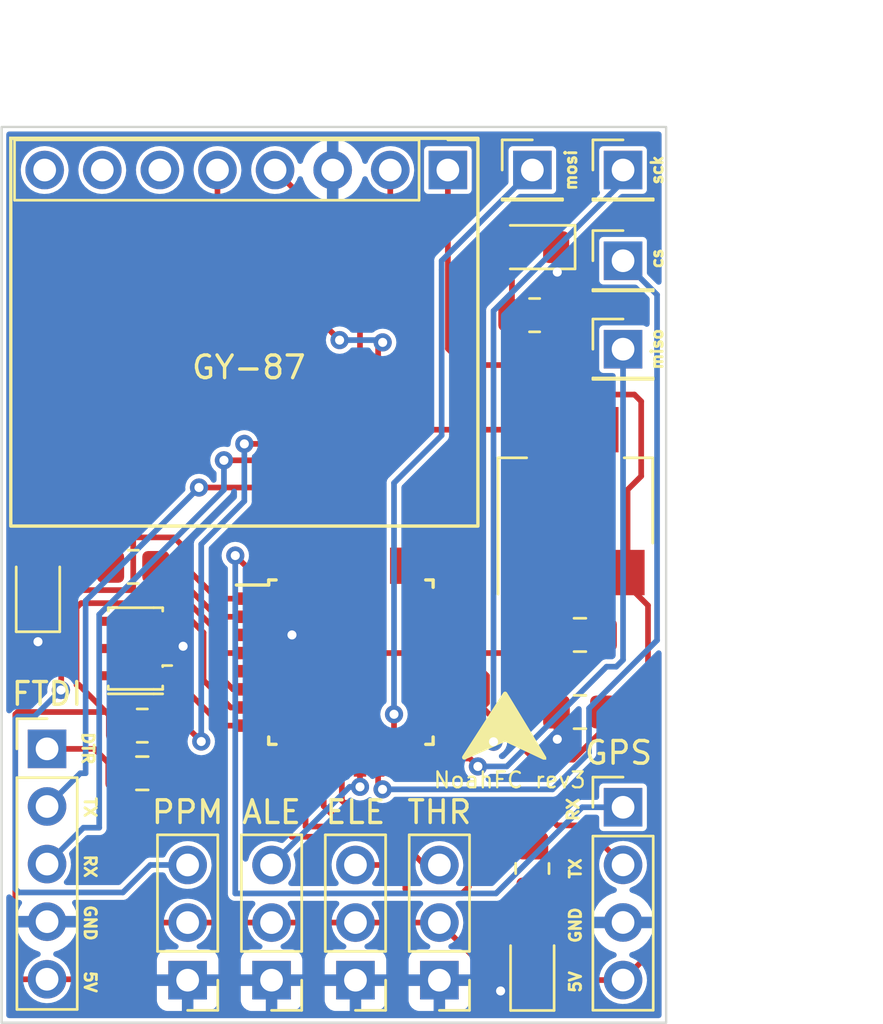
<source format=kicad_pcb>
(kicad_pcb (version 20211014) (generator pcbnew)
  (layers (0 "F.Cu" signal) (31 "B.Cu" signal) (34 "B.Paste" user) (35 "F.Paste" user) (36 "B.SilkS" user "B.Silkscreen") (37 "F.SilkS" user "F.Silkscreen") (38 "B.Mask" user) (39 "F.Mask" user) (44 "Edge.Cuts" user))
  (net 0 "")
  (net 1 "GND")
  (net 2 "5V")
  (net 3 "SCL")
  (net 4 "SDA")
  (net 5 "DTR")
  (net 6 "TX")
  (net 7 "RX")
  (net 8 "Net-(D1-Pad2)")
  (net 9 "Net-(D2-Pad2)")
  (net 10 "XTAL1")
  (net 11 "XTAL2")
  (net 12 "ALERON")
  (net 13 "ELEVATOR")
  (net 14 "THROTTLE")
  (net 15 "PPM")
  (net 16 "GPS_TX")
  (net 17 "GPS_RX")
  (net 18 "RESET")
  (net 19 "LED_GPS")
  (net 20 "LED_MODE")
  (net 22 "Net-(D3-Pad2)")
  (net 28 "3.3V")
  (net 32 "MOSI")
  (net 33 "CS")
  (net 34 "SCK")
  (net 35 "MISO")
  (footprint "Connector_PinHeader_2.54mm:PinHeader_1x03_P2.54mm_Vertical" (layer "F.Cu") (at 126.7 121.025 180)
    (fp_text reference "J2" hide)
    (fp_text value "ELE" (at 0 7.41) (layer "F.SilkS"))
    (fp_line (start -1.33 1.27) (end 1.33 1.27) (layer "F.SilkS") (width 0.12))
    (fp_line (start -1.33 1.27) (end -1.33 6.41) (layer "F.SilkS") (width 0.12))
    (fp_line (start -1.33 6.41) (end 1.33 6.41) (layer "F.SilkS") (width 0.12))
    (fp_line (start 1.33 1.27) (end 1.33 6.41) (layer "F.SilkS") (width 0.12))
    (fp_line (start -1.33 -1.33) (end 0 -1.33) (layer "F.SilkS") (width 0.12))
    (fp_line (start -1.33 0) (end -1.33 -1.33) (layer "F.SilkS") (width 0.12))
    (pad "1" thru_hole rect (at 0 0 180) (size 1.7 1.7) (drill 1) (layers *.Cu *.Mask) (net 1 "GND"))
    (pad "2" thru_hole oval (at 0 2.54 180) (size 1.7 1.7) (drill 1) (layers *.Cu *.Mask) (net 2 "5V"))
    (pad "3" thru_hole oval (at 0 5.08 180) (size 1.7 1.7) (drill 1) (layers *.Cu *.Mask) (net 13 "ELEVATOR"))
  )
  (footprint "Connector_PinHeader_2.54mm:PinHeader_1x05_P2.54mm_Vertical" (layer "F.Cu") (at 113.1 110.825)
    (fp_text reference "J4" hide)
    (fp_text value "FTDI" (at 0 -2.425) (layer "F.SilkS"))
    (fp_line (start -1.33 -1.33) (end 0 -1.33) (layer "F.SilkS") (width 0.12))
    (fp_line (start -1.33 1.27) (end -1.33 11.49) (layer "F.SilkS") (width 0.12))
    (fp_line (start -1.33 0) (end -1.33 -1.33) (layer "F.SilkS") (width 0.12))
    (fp_line (start -1.33 1.27) (end 1.33 1.27) (layer "F.SilkS") (width 0.12))
    (fp_line (start 1.33 1.27) (end 1.33 11.49) (layer "F.SilkS") (width 0.12))
    (fp_line (start -1.33 11.49) (end 1.33 11.49) (layer "F.SilkS") (width 0.12))
    (pad "1" thru_hole rect (at 0 0) (size 1.7 1.7) (drill 1) (layers *.Cu *.Mask) (net 5 "DTR"))
    (pad "2" thru_hole oval (at 0 2.54) (size 1.7 1.7) (drill 1) (layers *.Cu *.Mask) (net 6 "TX"))
    (pad "3" thru_hole oval (at 0 5.08) (size 1.7 1.7) (drill 1) (layers *.Cu *.Mask) (net 7 "RX"))
    (pad "4" thru_hole oval (at 0 7.62) (size 1.7 1.7) (drill 1) (layers *.Cu *.Mask) (net 1 "GND"))
    (pad "5" thru_hole oval (at 0 10.16) (size 1.7 1.7) (drill 1) (layers *.Cu *.Mask) (net 2 "5V"))
  )
  (footprint "LED_SMD:LED_0805_2012Metric_Pad1.15x1.40mm_HandSolder" (layer "F.Cu") (at 134.5 120.5 90)
    (fp_text reference "D1" hide)
    (fp_text value "GPS")
    (fp_line (start -1.86 0.96) (end 1 0.96) (layer "F.SilkS") (width 0.12))
    (fp_line (start -1.86 -0.96) (end -1.86 0.96) (layer "F.SilkS") (width 0.12))
    (fp_line (start 1 -0.96) (end -1.86 -0.96) (layer "F.SilkS") (width 0.12))
    (pad "1" smd roundrect (at -1.025 0 90) (size 1.15 1.4) (layers "F.Cu" "F.Paste" "F.Mask") (roundrect_rratio 0.217391) (net 1 "GND"))
    (pad "2" smd roundrect (at 1.025 0 90) (size 1.15 1.4) (layers "F.Cu" "F.Paste" "F.Mask") (roundrect_rratio 0.217391) (net 8 "Net-(D1-Pad2)"))
  )
  (footprint "Connector_PinHeader_2.54mm:PinHeader_1x03_P2.54mm_Vertical" (layer "F.Cu") (at 119.3 121.025 180)
    (fp_text reference "J7" hide)
    (fp_text value "PPM" (at 0 7.41) (layer "F.SilkS"))
    (fp_line (start -1.33 0) (end -1.33 -1.33) (layer "F.SilkS") (width 0.12))
    (fp_line (start 1.33 1.27) (end 1.33 6.41) (layer "F.SilkS") (width 0.12))
    (fp_line (start -1.33 6.41) (end 1.33 6.41) (layer "F.SilkS") (width 0.12))
    (fp_line (start -1.33 1.27) (end 1.33 1.27) (layer "F.SilkS") (width 0.12))
    (fp_line (start -1.33 1.27) (end -1.33 6.41) (layer "F.SilkS") (width 0.12))
    (fp_line (start -1.33 -1.33) (end 0 -1.33) (layer "F.SilkS") (width 0.12))
    (pad "1" thru_hole rect (at 0 0 180) (size 1.7 1.7) (drill 1) (layers *.Cu *.Mask) (net 1 "GND"))
    (pad "2" thru_hole oval (at 0 2.54 180) (size 1.7 1.7) (drill 1) (layers *.Cu *.Mask) (net 2 "5V"))
    (pad "3" thru_hole oval (at 0 5.08 180) (size 1.7 1.7) (drill 1) (layers *.Cu *.Mask) (net 15 "PPM"))
  )
  (footprint "Connector_PinHeader_2.54mm:PinHeader_1x08_P2.54mm_Vertical" (layer "F.Cu") (at 130.775 85.3 -90)
    (fp_text reference "J3" hide)
    (fp_text value "GY-87" (at 8.7 8.775 180) (layer "F.SilkS"))
    (fp_line (start 1.33 1.27) (end 1.33 19.11) (layer "F.SilkS") (width 0.12))
    (fp_line (start -1.33 19.11) (end 1.33 19.11) (layer "F.SilkS") (width 0.12))
    (fp_line (start -1.33 0) (end -1.33 -1.33) (layer "F.SilkS") (width 0.12))
    (fp_line (start -1.33 -1.33) (end 0 -1.33) (layer "F.SilkS") (width 0.12))
    (fp_line (start -1.33 1.27) (end -1.33 19.11) (layer "F.SilkS") (width 0.12))
    (fp_line (start -1.33 1.27) (end 1.33 1.27) (layer "F.SilkS") (width 0.12))
    (pad "1" thru_hole rect (at 0 0 270) (size 1.7 1.7) (drill 1) (layers *.Cu *.Mask) (net 2 "5V"))
    (pad "2" thru_hole oval (at 0 2.54 270) (size 1.7 1.7) (drill 1) (layers *.Cu *.Mask) (net 28 "3.3V"))
    (pad "3" thru_hole oval (at 0 5.08 270) (size 1.7 1.7) (drill 1) (layers *.Cu *.Mask) (net 1 "GND"))
    (pad "4" thru_hole oval (at 0 7.62 270) (size 1.7 1.7) (drill 1) (layers *.Cu *.Mask) (net 3 "SCL"))
    (pad "5" thru_hole oval (at 0 10.16 270) (size 1.7 1.7) (drill 1) (layers *.Cu *.Mask) (net 4 "SDA"))
    (pad "6" thru_hole oval (at 0 12.7 270) (size 1.7 1.7) (drill 1) (layers *.Cu *.Mask))
    (pad "7" thru_hole oval (at 0 15.24 270) (size 1.7 1.7) (drill 1) (layers *.Cu *.Mask))
    (pad "8" thru_hole oval (at 0 17.78 270) (size 1.7 1.7) (drill 1) (layers *.Cu *.Mask))
  )
  (footprint "Resistor_SMD:R_0805_2012Metric_Pad1.20x1.40mm_HandSolder" (layer "F.Cu") (at 117.3 109.8 180)
    (fp_text reference "R1" hide)
    (fp_text value "10K")
    (fp_line (start -0.227064 -0.735) (end 0.227064 -0.735) (layer "F.SilkS") (width 0.12))
    (fp_line (start -0.227064 0.735) (end 0.227064 0.735) (layer "F.SilkS") (width 0.12))
    (pad "1" smd roundrect (at -1 0 180) (size 1.2 1.4) (layers "F.Cu" "F.Paste" "F.Mask") (roundrect_rratio 0.208333) (net 18 "RESET"))
    (pad "2" smd roundrect (at 1 0 180) (size 1.2 1.4) (layers "F.Cu" "F.Paste" "F.Mask") (roundrect_rratio 0.208333) (net 2 "5V"))
  )
  (footprint "Package_QFP:TQFP-32_7x7mm_P0.8mm" (layer "F.Cu") (at 126.5 107)
    (fp_text reference "U1" hide)
    (fp_text value "ATmega328")
    (fp_line (start 3.625 3.625) (end 3.3 3.625) (layer "F.SilkS") (width 0.15))
    (fp_line (start -3.625 -3.625) (end -3.3 -3.625) (layer "F.SilkS") (width 0.15))
    (fp_line (start -3.625 -3.4) (end -5.05 -3.4) (layer "F.SilkS") (width 0.15))
    (fp_line (start 3.625 -3.625) (end 3.3 -3.625) (layer "F.SilkS") (width 0.15))
    (fp_line (start 3.625 3.625) (end 3.625 3.3) (layer "F.SilkS") (width 0.15))
    (fp_line (start 3.625 -3.625) (end 3.625 -3.3) (layer "F.SilkS") (width 0.15))
    (fp_line (start -3.625 3.625) (end -3.3 3.625) (layer "F.SilkS") (width 0.15))
    (fp_line (start -3.625 3.625) (end -3.625 3.3) (layer "F.SilkS") (width 0.15))
    (fp_line (start -3.625 -3.625) (end -3.625 -3.4) (layer "F.SilkS") (width 0.15))
    (pad "1" smd rect (at -4.25 -2.8) (size 1.6 0.55) (layers "F.Cu" "F.Paste" "F.Mask") (net 15 "PPM"))
    (pad "2" smd rect (at -4.25 -2) (size 1.6 0.55) (layers "F.Cu" "F.Paste" "F.Mask") (net 20 "LED_MODE"))
    (pad "3" smd rect (at -4.25 -1.2) (size 1.6 0.55) (layers "F.Cu" "F.Paste" "F.Mask") (net 1 "GND"))
    (pad "4" smd rect (at -4.25 -0.4) (size 1.6 0.55) (layers "F.Cu" "F.Paste" "F.Mask") (net 2 "5V"))
    (pad "5" smd rect (at -4.25 0.4) (size 1.6 0.55) (layers "F.Cu" "F.Paste" "F.Mask") (net 1 "GND"))
    (pad "6" smd rect (at -4.25 1.2) (size 1.6 0.55) (layers "F.Cu" "F.Paste" "F.Mask") (net 2 "5V"))
    (pad "7" smd rect (at -4.25 2) (size 1.6 0.55) (layers "F.Cu" "F.Paste" "F.Mask") (net 10 "XTAL1"))
    (pad "8" smd rect (at -4.25 2.8) (size 1.6 0.55) (layers "F.Cu" "F.Paste" "F.Mask") (net 11 "XTAL2"))
    (pad "9" smd rect (at -2.8 4.25 90) (size 1.6 0.55) (layers "F.Cu" "F.Paste" "F.Mask") (net 14 "THROTTLE"))
    (pad "10" smd rect (at -2 4.25 90) (size 1.6 0.55) (layers "F.Cu" "F.Paste" "F.Mask") (net 13 "ELEVATOR"))
    (pad "11" smd rect (at -1.2 4.25 90) (size 1.6 0.55) (layers "F.Cu" "F.Paste" "F.Mask") (net 19 "LED_GPS"))
    (pad "12" smd rect (at -0.4 4.25 90) (size 1.6 0.55) (layers "F.Cu" "F.Paste" "F.Mask") (net 16 "GPS_TX"))
    (pad "13" smd rect (at 0.4 4.25 90) (size 1.6 0.55) (layers "F.Cu" "F.Paste" "F.Mask") (net 12 "ALERON"))
    (pad "14" smd rect (at 1.2 4.25 90) (size 1.6 0.55) (layers "F.Cu" "F.Paste" "F.Mask") (net 33 "CS"))
    (pad "15" smd rect (at 2 4.25 90) (size 1.6 0.55) (layers "F.Cu" "F.Paste" "F.Mask") (net 32 "MOSI"))
    (pad "16" smd rect (at 2.8 4.25 90) (size 1.6 0.55) (layers "F.Cu" "F.Paste" "F.Mask") (net 35 "MISO"))
    (pad "17" smd rect (at 4.25 2.8) (size 1.6 0.55) (layers "F.Cu" "F.Paste" "F.Mask") (net 34 "SCK"))
    (pad "18" smd rect (at 4.25 2) (size 1.6 0.55) (layers "F.Cu" "F.Paste" "F.Mask") (net 2 "5V"))
    (pad "19" smd rect (at 4.25 1.2) (size 1.6 0.55) (layers "F.Cu" "F.Paste" "F.Mask"))
    (pad "20" smd rect (at 4.25 0.4) (size 1.6 0.55) (layers "F.Cu" "F.Paste" "F.Mask") (net 2 "5V"))
    (pad "21" smd rect (at 4.25 -0.4) (size 1.6 0.55) (layers "F.Cu" "F.Paste" "F.Mask") (net 1 "GND"))
    (pad "22" smd rect (at 4.25 -1.2) (size 1.6 0.55) (layers "F.Cu" "F.Paste" "F.Mask"))
    (pad "23" smd rect (at 4.25 -2) (size 1.6 0.55) (layers "F.Cu" "F.Paste" "F.Mask"))
    (pad "24" smd rect (at 4.25 -2.8) (size 1.6 0.55) (layers "F.Cu" "F.Paste" "F.Mask"))
    (pad "25" smd rect (at 2.8 -4.25 90) (size 1.6 0.55) (layers "F.Cu" "F.Paste" "F.Mask"))
    (pad "26" smd rect (at 2 -4.25 90) (size 1.6 0.55) (layers "F.Cu" "F.Paste" "F.Mask"))
    (pad "27" smd rect (at 1.2 -4.25 90) (size 1.6 0.55) (layers "F.Cu" "F.Paste" "F.Mask") (net 4 "SDA"))
    (pad "28" smd rect (at 0.4 -4.25 90) (size 1.6 0.55) (layers "F.Cu" "F.Paste" "F.Mask") (net 3 "SCL"))
    (pad "29" smd rect (at -0.4 -4.25 90) (size 1.6 0.55) (layers "F.Cu" "F.Paste" "F.Mask") (net 18 "RESET"))
    (pad "30" smd rect (at -1.2 -4.25 90) (size 1.6 0.55) (layers "F.Cu" "F.Paste" "F.Mask") (net 7 "RX"))
    (pad "31" smd rect (at -2 -4.25 90) (size 1.6 0.55) (layers "F.Cu" "F.Paste" "F.Mask") (net 6 "TX"))
    (pad "32" smd rect (at -2.8 -4.25 90) (size 1.6 0.55) (layers "F.Cu" "F.Paste" "F.Mask") (net 17 "GPS_RX"))
  )
  (footprint "Connector_PinHeader_2.54mm:PinHeader_1x03_P2.54mm_Vertical" (layer "F.Cu") (at 123 121.025 180)
    (fp_text reference "J1" hide)
    (fp_text value "ALE" (at 0 7.41) (layer "F.SilkS"))
    (fp_line (start -1.33 1.27) (end 1.33 1.27) (layer "F.SilkS") (width 0.12))
    (fp_line (start -1.33 -1.33) (end 0 -1.33) (layer "F.SilkS") (width 0.12))
    (fp_line (start -1.33 1.27) (end -1.33 6.41) (layer "F.SilkS") (width 0.12))
    (fp_line (start 1.33 1.27) (end 1.33 6.41) (layer "F.SilkS") (width 0.12))
    (fp_line (start -1.33 0) (end -1.33 -1.33) (layer "F.SilkS") (width 0.12))
    (fp_line (start -1.33 6.41) (end 1.33 6.41) (layer "F.SilkS") (width 0.12))
    (pad "1" thru_hole rect (at 0 0 180) (size 1.7 1.7) (drill 1) (layers *.Cu *.Mask) (net 1 "GND"))
    (pad "2" thru_hole oval (at 0 2.54 180) (size 1.7 1.7) (drill 1) (layers *.Cu *.Mask) (net 2 "5V"))
    (pad "3" thru_hole oval (at 0 5.08 180) (size 1.7 1.7) (drill 1) (layers *.Cu *.Mask) (net 12 "ALERON"))
  )
  (footprint "Capacitor_SMD:C_0805_2012Metric_Pad1.18x1.45mm_HandSolder" (layer "F.Cu") (at 117.3 111.9 180)
    (fp_text reference "C3" hide)
    (fp_text value "1nF")
    (fp_line (start -0.261252 0.735) (end 0.261252 0.735) (layer "F.SilkS") (width 0.12))
    (fp_line (start -0.261252 -0.735) (end 0.261252 -0.735) (layer "F.SilkS") (width 0.12))
    (pad "1" smd roundrect (at -1.0375 0 180) (size 1.175 1.45) (layers "F.Cu" "F.Paste" "F.Mask") (roundrect_rratio 0.212766) (net 18 "RESET"))
    (pad "2" smd roundrect (at 1.0375 0 180) (size 1.175 1.45) (layers "F.Cu" "F.Paste" "F.Mask") (roundrect_rratio 0.212766) (net 5 "DTR"))
  )
  (footprint "Resistor_SMD:R_0805_2012Metric_Pad1.20x1.40mm_HandSolder" (layer "F.Cu") (at 134.5 116.1 -90)
    (fp_text reference "R2" hide)
    (fp_text value "330")
    (fp_line (start -0.227064 0.735) (end 0.227064 0.735) (layer "F.SilkS") (width 0.12))
    (fp_line (start -0.227064 -0.735) (end 0.227064 -0.735) (layer "F.SilkS") (width 0.12))
    (pad "1" smd roundrect (at -1 0 270) (size 1.2 1.4) (layers "F.Cu" "F.Paste" "F.Mask") (roundrect_rratio 0.208333) (net 19 "LED_GPS"))
    (pad "2" smd roundrect (at 1 0 270) (size 1.2 1.4) (layers "F.Cu" "F.Paste" "F.Mask") (roundrect_rratio 0.208333) (net 8 "Net-(D1-Pad2)"))
  )
  (footprint "LED_SMD:LED_0805_2012Metric_Pad1.15x1.40mm_HandSolder" (layer "F.Cu") (at 134.525 88.7 180)
    (fp_text reference "D3" hide)
    (fp_text value "PWR")
    (fp_line (start 1 -0.96) (end -1.86 -0.96) (layer "F.SilkS") (width 0.12))
    (fp_line (start -1.86 -0.96) (end -1.86 0.96) (layer "F.SilkS") (width 0.12))
    (fp_line (start -1.86 0.96) (end 1 0.96) (layer "F.SilkS") (width 0.12))
    (pad "1" smd roundrect (at -1.025 0 180) (size 1.15 1.4) (layers "F.Cu" "F.Paste" "F.Mask") (roundrect_rratio 0.217391) (net 1 "GND"))
    (pad "2" smd roundrect (at 1.025 0 180) (size 1.15 1.4) (layers "F.Cu" "F.Paste" "F.Mask") (roundrect_rratio 0.217391) (net 22 "Net-(D3-Pad2)"))
  )
  (footprint "Package_TO_SOT_SMD:SOT-223-3_TabPin2" (layer "F.Cu") (at 136.4 99.9 90)
    (fp_text reference "U4" hide)
    (fp_text value "AMS1117-3.3")
    (fp_line (start 1.91 3.41) (end 1.91 2.15) (layer "F.SilkS") (width 0.12))
    (fp_line (start -4.1 -3.41) (end 1.91 -3.41) (layer "F.SilkS") (width 0.12))
    (fp_line (start -1.85 3.41) (end 1.91 3.41) (layer "F.SilkS") (width 0.12))
    (fp_line (start 1.91 -3.41) (end 1.91 -2.15) (layer "F.SilkS") (width 0.12))
    (pad "1" smd rect (at -3.15 -2.3 90) (size 2 1.5) (layers "F.Cu" "F.Paste" "F.Mask") (net 1 "GND"))
    (pad "2" smd rect (at -3.15 0 90) (size 2 1.5) (layers "F.Cu" "F.Paste" "F.Mask") (net 28 "3.3V"))
    (pad "2" smd rect (at 3.15 0 90) (size 2 3.8) (layers "F.Cu" "F.Paste" "F.Mask") (net 28 "3.3V"))
    (pad "3" smd rect (at -3.15 2.3 90) (size 2 1.5) (layers "F.Cu" "F.Paste" "F.Mask") (net 2 "5V"))
  )
  (footprint "Connector_PinHeader_2.54mm:PinHeader_1x01_P2.54mm_Vertical" (layer "F.Cu") (at 138.5 85.3)
    (fp_text reference "sck" (at 1.5 0 90) (layer "F.SilkS") (effects (font (size 0.5 0.5) (thickness 0.125))))
    (fp_text value "SCK")
    (fp_line (start -1.33 -1.33) (end 0 -1.33) (layer "F.SilkS") (width 0.12))
    (fp_line (start -1.33 1.27) (end 1.33 1.27) (layer "F.SilkS") (width 0.12))
    (fp_line (start -1.33 0) (end -1.33 -1.33) (layer "F.SilkS") (width 0.12))
    (fp_line (start -1.33 1.33) (end 1.33 1.33) (layer "F.SilkS") (width 0.12))
    (fp_line (start 1.33 1.27) (end 1.33 1.33) (layer "F.SilkS") (width 0.12))
    (fp_line (start -1.33 1.27) (end -1.33 1.33) (layer "F.SilkS") (width 0.12))
    (pad "1" thru_hole rect (at 0 0) (size 1.7 1.7) (drill 1) (layers *.Cu *.Mask) (net 34 "SCK"))
  )
  (footprint "Resistor_SMD:R_0805_2012Metric_Pad1.20x1.40mm_HandSolder" (layer "F.Cu") (at 116.9 102.8 180)
    (fp_text reference "R3" hide)
    (fp_text value "330")
    (fp_line (start -0.227064 -0.735) (end 0.227064 -0.735) (layer "F.SilkS") (width 0.12))
    (fp_line (start -0.227064 0.735) (end 0.227064 0.735) (layer "F.SilkS") (width 0.12))
    (pad "1" smd roundrect (at -1 0 180) (size 1.2 1.4) (layers "F.Cu" "F.Paste" "F.Mask") (roundrect_rratio 0.208333) (net 20 "LED_MODE"))
    (pad "2" smd roundrect (at 1 0 180) (size 1.2 1.4) (layers "F.Cu" "F.Paste" "F.Mask") (roundrect_rratio 0.208333) (net 9 "Net-(D2-Pad2)"))
  )
  (footprint "Resistor_SMD:R_0805_2012Metric_Pad1.20x1.40mm_HandSolder" (layer "F.Cu") (at 134.6 91.7 180)
    (fp_text reference "R4" hide)
    (fp_text value "330")
    (fp_line (start -0.227064 -0.735) (end 0.227064 -0.735) (layer "F.SilkS") (width 0.12))
    (fp_line (start -0.227064 0.735) (end 0.227064 0.735) (layer "F.SilkS") (width 0.12))
    (pad "1" smd roundrect (at -1 0 180) (size 1.2 1.4) (layers "F.Cu" "F.Paste" "F.Mask") (roundrect_rratio 0.208333) (net 2 "5V"))
    (pad "2" smd roundrect (at 1 0 180) (size 1.2 1.4) (layers "F.Cu" "F.Paste" "F.Mask") (roundrect_rratio 0.208333) (net 22 "Net-(D3-Pad2)"))
  )
  (footprint "Connector_PinHeader_2.54mm:PinHeader_1x03_P2.54mm_Vertical" (layer "F.Cu") (at 130.4 121.025 180)
    (fp_text reference "J6" hide)
    (fp_text value "THR" (at 0 7.41) (layer "F.SilkS"))
    (fp_line (start -1.33 -1.33) (end 0 -1.33) (layer "F.SilkS") (width 0.12))
    (fp_line (start -1.33 1.27) (end 1.33 1.27) (layer "F.SilkS") (width 0.12))
    (fp_line (start -1.33 0) (end -1.33 -1.33) (layer "F.SilkS") (width 0.12))
    (fp_line (start -1.33 1.27) (end -1.33 6.41) (layer "F.SilkS") (width 0.12))
    (fp_line (start 1.33 1.27) (end 1.33 6.41) (layer "F.SilkS") (width 0.12))
    (fp_line (start -1.33 6.41) (end 1.33 6.41) (layer "F.SilkS") (width 0.12))
    (pad "1" thru_hole rect (at 0 0 180) (size 1.7 1.7) (drill 1) (layers *.Cu *.Mask) (net 1 "GND"))
    (pad "2" thru_hole oval (at 0 2.54 180) (size 1.7 1.7) (drill 1) (layers *.Cu *.Mask) (net 2 "5V"))
    (pad "3" thru_hole oval (at 0 5.08 180) (size 1.7 1.7) (drill 1) (layers *.Cu *.Mask) (net 14 "THROTTLE"))
  )
  (footprint "Crystal:Resonator_SMD_Murata_CSTxExxV-3Pin_3.0x1.1mm_HandSoldering" (layer "F.Cu") (at 117 106.4 90)
    (fp_text reference "Y1" hide)
    (fp_text value "16Mhz")
    (fp_line (start -1.8 -1.2) (end -1.65 -1.2) (layer "F.SilkS") (width 0.12))
    (fp_line (start -1.8 0.8) (end -1.8 -1.2) (layer "F.SilkS") (width 0.12))
    (fp_line (start -0.75 1.2) (end -0.8 1.2) (layer "F.SilkS") (width 0.12))
    (fp_line (start -1.8 0.8) (end -1.8 1.2) (layer "F.SilkS") (width 0.12))
    (fp_line (start -0.75 1.2) (end -0.75 1.6) (layer "F.SilkS") (width 0.12))
    (fp_line (start -1.8 1.2) (end -1.65 1.2) (layer "F.SilkS") (width 0.12))
    (fp_line (start 1.8 1.2) (end 1.65 1.2) (layer "F.SilkS") (width 0.12))
    (fp_line (start 1.8 -1.2) (end 1.8 0.8) (layer "F.SilkS") (width 0.12))
    (fp_line (start 1.8 0.8) (end 1.8 1.2) (layer "F.SilkS") (width 0.12))
    (fp_line (start -2 -1.2) (end -2 0.8) (layer "F.SilkS") (width 0.12))
    (fp_line (start -2 0.8) (end -2 1.2) (layer "F.SilkS") (width 0.12))
    (fp_line (start 1.8 -1.2) (end 1.65 -1.2) (layer "F.SilkS") (width 0.12))
    (pad "1" smd rect (at -1.2 0 90) (size 0.4 3.2) (layers "F.Cu" "F.Paste" "F.Mask") (net 11 "XTAL2"))
    (pad "2" smd rect (at 0 0 90) (size 0.4 3.2) (layers "F.Cu" "F.Paste" "F.Mask") (net 1 "GND"))
    (pad "3" smd rect (at 1.2 0 90) (size 0.4 3.2) (layers "F.Cu" "F.Paste" "F.Mask") (net 10 "XTAL1"))
  )
  (footprint "Connector_PinHeader_2.54mm:PinHeader_1x04_P2.54mm_Vertical" (layer "F.Cu") (at 138.5 113.4)
    (fp_text reference "GPS" hide)
    (fp_text value "GPS" (at -0.2 -2.4) (layer "F.SilkS"))
    (fp_line (start -1.33 -1.33) (end 0 -1.33) (layer "F.SilkS") (width 0.12))
    (fp_line (start -1.33 1.27) (end 1.33 1.27) (layer "F.SilkS") (width 0.12))
    (fp_line (start -1.33 1.27) (end -1.33 8.95) (layer "F.SilkS") (width 0.12))
    (fp_line (start -1.33 0) (end -1.33 -1.33) (layer "F.SilkS") (width 0.12))
    (fp_line (start 1.33 1.27) (end 1.33 8.95) (layer "F.SilkS") (width 0.12))
    (fp_line (start -1.33 8.95) (end 1.33 8.95) (layer "F.SilkS") (width 0.12))
    (pad "1" thru_hole rect (at 0 0) (size 1.7 1.7) (drill 1) (layers *.Cu *.Mask) (net 17 "GPS_RX"))
    (pad "2" thru_hole oval (at 0 2.54) (size 1.7 1.7) (drill 1) (layers *.Cu *.Mask) (net 16 "GPS_TX"))
    (pad "3" thru_hole oval (at 0 5.08) (size 1.7 1.7) (drill 1) (layers *.Cu *.Mask) (net 1 "GND"))
    (pad "4" thru_hole oval (at 0 7.62) (size 1.7 1.7) (drill 1) (layers *.Cu *.Mask) (net 2 "5V"))
  )
  (footprint "Connector_PinHeader_2.54mm:PinHeader_1x01_P2.54mm_Vertical" (layer "F.Cu") (at 134.5 85.3)
    (fp_text reference "mosi" (at 1.7 0 90) (layer "F.SilkS") (effects (font (size 0.5 0.5) (thickness 0.125))))
    (fp_text value "MOSI")
    (fp_line (start -1.33 1.27) (end -1.33 1.33) (layer "F.SilkS") (width 0.12))
    (fp_line (start -1.33 -1.33) (end 0 -1.33) (layer "F.SilkS") (width 0.12))
    (fp_line (start 1.33 1.27) (end 1.33 1.33) (layer "F.SilkS") (width 0.12))
    (fp_line (start -1.33 1.33) (end 1.33 1.33) (layer "F.SilkS") (width 0.12))
    (fp_line (start -1.33 1.27) (end 1.33 1.27) (layer "F.SilkS") (width 0.12))
    (fp_line (start -1.33 0) (end -1.33 -1.33) (layer "F.SilkS") (width 0.12))
    (pad "1" thru_hole rect (at 0 0) (size 1.7 1.7) (drill 1) (layers *.Cu *.Mask) (net 32 "MOSI"))
  )
  (footprint "Connector_PinHeader_2.54mm:PinHeader_1x01_P2.54mm_Vertical" (layer "F.Cu") (at 138.5 93.2)
    (fp_text reference "miso" (at 1.5 0 90) (layer "F.SilkS") (effects (font (size 0.5 0.5) (thickness 0.125))))
    (fp_text value "MISO")
    (fp_line (start -1.33 1.27) (end -1.33 1.33) (layer "F.SilkS") (width 0.12))
    (fp_line (start -1.33 1.33) (end 1.33 1.33) (layer "F.SilkS") (width 0.12))
    (fp_line (start -1.33 -1.33) (end 0 -1.33) (layer "F.SilkS") (width 0.12))
    (fp_line (start -1.33 0) (end -1.33 -1.33) (layer "F.SilkS") (width 0.12))
    (fp_line (start -1.33 1.27) (end 1.33 1.27) (layer "F.SilkS") (width 0.12))
    (fp_line (start 1.33 1.27) (end 1.33 1.33) (layer "F.SilkS") (width 0.12))
    (pad "1" thru_hole rect (at 0 0) (size 1.7 1.7) (drill 1) (layers *.Cu *.Mask) (net 35 "MISO"))
  )
  (footprint "Connector_PinHeader_2.54mm:PinHeader_1x01_P2.54mm_Vertical" (layer "F.Cu") (at 138.5 89.3)
    (fp_text reference "cs" (at 1.5 -0.1 90) (layer "F.SilkS") (effects (font (size 0.5 0.5) (thickness 0.125))))
    (fp_text value "CS")
    (fp_line (start -1.33 -1.33) (end 0 -1.33) (layer "F.SilkS") (width 0.12))
    (fp_line (start -1.33 1.27) (end -1.33 1.33) (layer "F.SilkS") (width 0.12))
    (fp_line (start -1.33 1.33) (end 1.33 1.33) (layer "F.SilkS") (width 0.12))
    (fp_line (start -1.33 0) (end -1.33 -1.33) (layer "F.SilkS") (width 0.12))
    (fp_line (start 1.33 1.27) (end 1.33 1.33) (layer "F.SilkS") (width 0.12))
    (fp_line (start -1.33 1.27) (end 1.33 1.27) (layer "F.SilkS") (width 0.12))
    (pad "1" thru_hole rect (at 0 0) (size 1.7 1.7) (drill 1) (layers *.Cu *.Mask) (net 33 "CS"))
  )
  (footprint "Capacitor_SMD:C_0805_2012Metric_Pad1.18x1.45mm_HandSolder" (layer "F.Cu") (at 136.6 109.2)
    (fp_text reference "C10" hide)
    (fp_text value "10uF")
    (fp_line (start -0.261252 -0.735) (end 0.261252 -0.735) (layer "F.SilkS") (width 0.12))
    (fp_line (start -0.261252 0.735) (end 0.261252 0.735) (layer "F.SilkS") (width 0.12))
    (pad "1" smd roundrect (at -1.0375 0) (size 1.175 1.45) (layers "F.Cu" "F.Paste" "F.Mask") (roundrect_rratio 0.212766) (net 1 "GND"))
    (pad "2" smd roundrect (at 1.0375 0) (size 1.175 1.45) (layers "F.Cu" "F.Paste" "F.Mask") (roundrect_rratio 0.212766) (net 2 "5V"))
  )
  (footprint "LED_SMD:LED_0805_2012Metric_Pad1.15x1.40mm_HandSolder" (layer "F.Cu") (at 112.7 103.8 90)
    (fp_text reference "D2" hide)
    (fp_text value "MODE")
    (fp_line (start -1.86 -0.96) (end -1.86 0.96) (layer "F.SilkS") (width 0.12))
    (fp_line (start 1 -0.96) (end -1.86 -0.96) (layer "F.SilkS") (width 0.12))
    (fp_line (start -1.86 0.96) (end 1 0.96) (layer "F.SilkS") (width 0.12))
    (pad "1" smd roundrect (at -1.025 0 90) (size 1.15 1.4) (layers "F.Cu" "F.Paste" "F.Mask") (roundrect_rratio 0.217391) (net 1 "GND"))
    (pad "2" smd roundrect (at 1.025 0 90) (size 1.15 1.4) (layers "F.Cu" "F.Paste" "F.Mask") (roundrect_rratio 0.217391) (net 9 "Net-(D2-Pad2)"))
  )
  (footprint "Capacitor_SMD:C_0805_2012Metric_Pad1.18x1.45mm_HandSolder" (layer "F.Cu") (at 136.6 105.8 180)
    (fp_text reference "C11" hide)
    (fp_text value "22uF")
    (fp_line (start -0.261252 -0.735) (end 0.261252 -0.735) (layer "F.SilkS") (width 0.12))
    (fp_line (start -0.261252 0.735) (end 0.261252 0.735) (layer "F.SilkS") (width 0.12))
    (pad "1" smd roundrect (at -1.0375 0 180) (size 1.175 1.45) (layers "F.Cu" "F.Paste" "F.Mask") (roundrect_rratio 0.212766) (net 1 "GND"))
    (pad "2" smd roundrect (at 1.0375 0 180) (size 1.175 1.45) (layers "F.Cu" "F.Paste" "F.Mask") (roundrect_rratio 0.212766) (net 28 "3.3V"))
  )
  (gr_poly (pts (xy 135 111.2) (xy 133.3 110.4) (xy 131.5 111.2) (xy 133.3 108.4)) (layer "F.SilkS") (width 0.2) (fill solid))
  (gr_rect (start 111.5 83.9) (end 132.1 101) (layer "F.SilkS") (width 0.15) (fill none))
  (gr_rect (start 111.1 83.4) (end 140.4 122.9) (layer "Edge.Cuts") (width 0.1) (fill none))
  (gr_text "RX" (at 136.3 113.5 90) (layer "F.SilkS") (effects (font (size 0.5 0.5) (thickness 0.125))))
  (gr_text "RX" (at 115 116 270) (layer "F.SilkS") (effects (font (size 0.5 0.5) (thickness 0.125))))
  (gr_text "TX" (at 115 113.4 270) (layer "F.SilkS") (effects (font (size 0.5 0.5) (thickness 0.125))))
  (gr_text "5V" (at 136.4 121.1 90) (layer "F.SilkS") (effects (font (size 0.5 0.5) (thickness 0.125))))
  (gr_text "TX" (at 136.4 116.1 90) (layer "F.SilkS") (effects (font (size 0.5 0.5) (thickness 0.125))))
  (gr_text "DTR" (at 114.9 110.8 270) (layer "F.SilkS") (effects (font (size 0.5 0.5) (thickness 0.125))))
  (gr_text "GND\n" (at 115 118.5 270) (layer "F.SilkS") (effects (font (size 0.5 0.5) (thickness 0.125))))
  (gr_text "5V" (at 115 121.1 270) (layer "F.SilkS") (effects (font (size 0.5 0.5) (thickness 0.125))))
  (gr_text "GND\n" (at 136.4 118.6 90) (layer "F.SilkS") (effects (font (size 0.5 0.5) (thickness 0.125))))
  (gr_text "NoahFC rev3" (at 133.5 112.2) (layer "F.SilkS") (effects (font (size 0.7 0.7) (thickness 0.1))))
  (segment (start 123.9 107) (end 123.9 106.6) (width 0.25) (layer "F.Cu") (net 1))
  (segment (start 135.5625 109.2) (end 135.5625 108.6375) (width 0.25) (layer "F.Cu") (net 1))
  (segment (start 137.6375 106.5625) (end 137.6375 105.8) (width 0.25) (layer "F.Cu") (net 1))
  (segment (start 134.1 106.2) (end 135.65 107.75) (width 0.25) (layer "F.Cu") (net 1))
  (segment (start 135.5625 110.3625) (end 135.6 110.4) (width 0.25) (layer "F.Cu") (net 1))
  (segment (start 136.45 107.75) (end 137.6375 106.5625) (width 0.25) (layer "F.Cu") (net 1))
  (segment (start 130.75 106.6) (end 123.9 106.6) (width 0.25) (layer "F.Cu") (net 1))
  (segment (start 122.25 107.4) (end 123.5 107.4) (width 0.25) (layer "F.Cu") (net 1))
  (segment (start 133.125 121.525) (end 133.1 121.5) (width 0.25) (layer "F.Cu") (net 1))
  (segment (start 123.5 107.4) (end 123.9 107) (width 0.25) (layer "F.Cu") (net 1))
  (segment (start 135.5625 108.6375) (end 136.45 107.75) (width 0.25) (layer "F.Cu") (net 1))
  (segment (start 135.55 89.75) (end 135.6 89.8) (width 0.25) (layer "F.Cu") (net 1))
  (segment (start 134.5 121.525) (end 133.125 121.525) (width 0.25) (layer "F.Cu") (net 1))
  (segment (start 130.75 106.6) (end 133.7 106.6) (width 0.25) (layer "F.Cu") (net 1))
  (segment (start 135.55 88.7) (end 135.55 89.75) (width 0.25) (layer "F.Cu") (net 1))
  (segment (start 117 106.4) (end 119 106.4) (width 0.25) (layer "F.Cu") (net 1))
  (segment (start 135.5625 109.2) (end 135.5625 110.3625) (width 0.25) (layer "F.Cu") (net 1))
  (segment (start 123.9 106.6) (end 123.9 105.8) (width 0.25) (layer "F.Cu") (net 1))
  (segment (start 119 106.4) (end 119.1 106.3) (width 0.25) (layer "F.Cu") (net 1))
  (segment (start 133.7 106.6) (end 134.1 106.2) (width 0.25) (layer "F.Cu") (net 1))
  (segment (start 112.7 104.825) (end 112.7 106.1) (width 0.25) (layer "F.Cu") (net 1))
  (segment (start 122.25 105.8) (end 123.9 105.8) (width 0.25) (layer "F.Cu") (net 1))
  (segment (start 135.65 107.75) (end 136.45 107.75) (width 0.25) (layer "F.Cu") (net 1))
  (segment (start 134.1 103.05) (end 134.1 106.2) (width 0.25) (layer "F.Cu") (net 1))
  (via (at 133.1 121.5) (size 0.8) (drill 0.4) (layers "F.Cu" "B.Cu") (net 1))
  (via (at 112.7 106.1) (size 0.8) (drill 0.4) (layers "F.Cu" "B.Cu") (net 1))
  (via (at 123.9 105.8) (size 0.8) (drill 0.4) (layers "F.Cu" "B.Cu") (net 1))
  (via (at 119.1 106.3) (size 0.8) (drill 0.4) (layers "F.Cu" "B.Cu") (net 1))
  (via (at 135.6 110.4) (size 0.8) (drill 0.4) (layers "F.Cu" "B.Cu") (net 1))
  (via (at 135.6 89.8) (size 0.8) (drill 0.4) (layers "F.Cu" "B.Cu") (net 1))
  (segment (start 126.7 118.485) (end 123 118.485) (width 0.25) (layer "F.Cu") (net 2))
  (segment (start 139.9 119.62) (end 139.9 111.7) (width 0.25) (layer "F.Cu") (net 2))
  (segment (start 139 95.2) (end 135.8 95.2) (width 0.25) (layer "F.Cu") (net 2))
  (segment (start 139.3 98.8) (end 139.3 95.5) (width 0.25) (layer "F.Cu") (net 2))
  (segment (start 114.5 108) (end 114.4 108) (width 0.25) (layer "F.Cu") (net 2))
  (segment (start 111.715 120.985) (end 113.1 120.985) (width 0.25) (layer "F.Cu") (net 2))
  (segment (start 138.7 103.05) (end 138.7 103.6) (width 0.25) (layer "F.Cu") (net 2))
  (segment (start 139.6 107.2375) (end 137.6375 109.2) (width 0.25) (layer "F.Cu") (net 2))
  (segment (start 123 118.485) (end 119.3 118.485) (width 0.25) (layer "F.Cu") (net 2))
  (segment (start 114.6 104.4) (end 119.363604 104.4) (width 0.25) (layer "F.Cu") (net 2))
  (segment (start 139.3 95.5) (end 139 95.2) (width 0.25) (layer "F.Cu") (net 2))
  (segment (start 117.915 118.485) (end 119.3 118.485) (width 0.25) (layer "F.Cu") (net 2))
  (segment (start 137.6375 109.9625) (end 136.3 111.3) (width 0.25) (layer "F.Cu") (net 2))
  (segment (start 138.7 99.4) (end 139.3 98.8) (width 0.25) (layer "F.Cu") (net 2))
  (segment (start 116.3 109.8) (end 115.7 109.2) (width 0.25) (layer "F.Cu") (net 2))
  (segment (start 113.1 120.985) (end 115.415 120.985) (width 0.25) (layer "F.Cu") (net 2))
  (segment (start 116.3 109.8) (end 114.5 108) (width 0.25) (layer "F.Cu") (net 2))
  (segment (start 137.6375 109.4375) (end 137.6375 109.2) (width 0.25) (layer "F.Cu") (net 2))
  (segment (start 132.5 108.8) (end 132.3 109) (width 0.25) (layer "F.Cu") (net 2))
  (segment (start 130.775 93.175) (end 131.5 93.9) (width 0.25) (layer "F.Cu") (net 2))
  (segment (start 120.9 105.936396) (end 120.9 106.6) (width 0.25) (layer "F.Cu") (net 2))
  (segment (start 134.5 93.9) (end 135.6 92.8) (width 0.25) (layer "F.Cu") (net 2))
  (segment (start 132.5 107.6) (end 132.5 108.8) (width 0.25) (layer "F.Cu") (net 2))
  (segment (start 136.3 111.3) (end 134.6 111.3) (width 0.25) (layer "F.Cu") (net 2))
  (segment (start 138.7 103.6) (end 139.6 104.5) (width 0.25) (layer "F.Cu") (net 2))
  (segment (start 122.25 108.2) (end 121.3 108.2) (width 0.25) (layer "F.Cu") (net 2))
  (segment (start 138.5 121.02) (end 136.22 121.02) (width 0.25) (layer "F.Cu") (net 2))
  (segment (start 121.3 108.2) (end 120.6 107.5) (width 0.25) (layer "F.Cu") (net 2))
  (segment (start 135.7 120.5) (end 132.415 120.5) (width 0.25) (layer "F.Cu") (net 2))
  (segment (start 115.7 109.2) (end 111.8 109.2) (width 0.25) (layer "F.Cu") (net 2))
  (segment (start 139.6 104.5) (end 139.6 107.2375) (width 0.25) (layer "F.Cu") (net 2))
  (segment (start 136.22 121.02) (end 135.7 120.5) (width 0.25) (layer "F.Cu") (net 2))
  (segment (start 130.4 118.485) (end 126.7 118.485) (width 0.25) (layer "F.Cu") (net 2))
  (segment (start 139.9 111.7) (end 137.6375 109.4375) (width 0.25) (layer "F.Cu") (net 2))
  (segment (start 134.6 111.3) (end 132.3 109) (width 0.25) (layer "F.Cu") (net 2))
  (segment (start 111.7 121) (end 111.715 120.985) (width 0.25) (layer "F.Cu") (net 2))
  (segment (start 130.775 85.3) (end 130.775 93.175) (width 0.25) (layer "F.Cu") (net 2))
  (segment (start 138.7 103.05) (end 138.7 99.4) (width 0.25) (layer "F.Cu") (net 2))
  (segment (start 114.4 104.6) (end 114.6 104.4) (width 0.25) (layer "F.Cu") (net 2))
  (segment (start 138.5 121.02) (end 139.9 119.62) (width 0.25) (layer "F.Cu") (net 2))
  (segment (start 119.363604 104.4) (end 120.9 105.936396) (width 0.25) (layer "F.Cu") (net 2))
  (segment (start 115.415 120.985) (end 117.915 118.485) (width 0.25) (layer "F.Cu") (net 2))
  (segment (start 131.5 93.9) (end 134.5 93.9) (width 0.25) (layer "F.Cu") (net 2))
  (segment (start 111.8 109.2) (end 111.7 109.3) (width 0.25) (layer "F.Cu") (net 2))
  (segment (start 120.6 106.9) (end 120.9 106.6) (width 0.25) (layer "F.Cu") (net 2))
  (segment (start 120.6 107.5) (end 120.6 106.9) (width 0.25) (layer "F.Cu") (net 2))
  (segment (start 130.75 107.4) (end 132.3 107.4) (width 0.25) (layer "F.Cu") (net 2))
  (segment (start 135.6 92.8) (end 135.6 91.7) (width 0.25) (layer "F.Cu") (net 2))
  (segment (start 111.7 109.3) (end 111.7 121) (width 0.25) (layer "F.Cu") (net 2))
  (segment (start 132.415 120.5) (end 130.4 118.485) (width 0.25) (layer "F.Cu") (net 2))
  (segment (start 120.9 106.6) (end 122.25 106.6) (width 0.25) (layer "F.Cu") (net 2))
  (segment (start 137.6375 109.2) (end 137.6375 109.9625) (width 0.25) (layer "F.Cu") (net 2))
  (segment (start 132.3 109) (end 130.75 109) (width 0.25) (layer "F.Cu") (net 2))
  (segment (start 114.4 108) (end 114.4 104.6) (width 0.25) (layer "F.Cu") (net 2))
  (segment (start 132.3 107.4) (end 132.5 107.6) (width 0.25) (layer "F.Cu") (net 2))
  (segment (start 135.8 95.2) (end 134.5 93.9) (width 0.25) (layer "F.Cu") (net 2))
  (segment (start 126.9 89.045) (end 126.9 102.75) (width 0.25) (layer "F.Cu") (net 3))
  (segment (start 123.155 85.3) (end 126.9 89.045) (width 0.25) (layer "F.Cu") (net 3))
  (segment (start 127.9 92.9) (end 127.7 93.1) (width 0.25) (layer "F.Cu") (net 4))
  (segment (start 120.615 87.415) (end 126 92.8) (width 0.25) (layer "F.Cu") (net 4))
  (segment (start 127.7 93.1) (end 127.7 102.75) (width 0.25) (layer "F.Cu") (net 4))
  (segment (start 120.615 85.3) (end 120.615 87.415) (width 0.25) (layer "F.Cu") (net 4))
  (via (at 126 92.8) (size 0.8) (drill 0.4) (layers "F.Cu" "B.Cu") (net 4))
  (via (at 127.9 92.9) (size 0.8) (drill 0.4) (layers "F.Cu" "B.Cu") (net 4))
  (segment (start 126 92.8) (end 127.8 92.8) (width 0.25) (layer "B.Cu") (net 4))
  (segment (start 127.8 92.8) (end 127.9 92.9) (width 0.25) (layer "B.Cu") (net 4))
  (segment (start 116.2625 111.9) (end 115.1875 110.825) (width 0.25) (layer "F.Cu") (net 5))
  (segment (start 115.1875 110.825) (end 113.1 110.825) (width 0.25) (layer "F.Cu") (net 5))
  (segment (start 124.3 99.3) (end 119.8 99.3) (width 0.25) (layer "F.Cu") (net 6))
  (segment (start 124.5 99.5) (end 124.3 99.3) (width 0.25) (layer "F.Cu") (net 6))
  (segment (start 124.5 102.75) (end 124.5 99.5) (width 0.25) (layer "F.Cu") (net 6))
  (via (at 119.8 99.3) (size 0.8) (drill 0.4) (layers "F.Cu" "B.Cu") (net 6))
  (segment (start 114.8 111.9) (end 114.565 111.9) (width 0.25) (layer "B.Cu") (net 6))
  (segment (start 114.8 104.3) (end 114.8 111.9) (width 0.25) (layer "B.Cu") (net 6))
  (segment (start 114.565 111.9) (end 113.1 113.365) (width 0.25) (layer "B.Cu") (net 6))
  (segment (start 119.8 99.3) (end 114.8 104.3) (width 0.25) (layer "B.Cu") (net 6))
  (segment (start 125.3 102.75) (end 125.3 99) (width 0.25) (layer "F.Cu") (net 7))
  (segment (start 124.6 98.1) (end 120.9 98.1) (width 0.25) (layer "F.Cu") (net 7))
  (segment (start 125.3 99) (end 125.4 98.9) (width 0.25) (layer "F.Cu") (net 7))
  (segment (start 125.4 98.9) (end 124.6 98.1) (width 0.25) (layer "F.Cu") (net 7))
  (via (at 120.9 98.1) (size 0.8) (drill 0.4) (layers "F.Cu" "B.Cu") (net 7))
  (segment (start 114.705 114.3) (end 113.1 115.905) (width 0.25) (layer "B.Cu") (net 7))
  (segment (start 120.9 98.1) (end 120.9 99.4) (width 0.25) (layer "B.Cu") (net 7))
  (segment (start 115.4 114.3) (end 114.705 114.3) (width 0.25) (layer "B.Cu") (net 7))
  (segment (start 115.4 104.9) (end 115.4 114.3) (width 0.25) (layer "B.Cu") (net 7))
  (segment (start 120.9 99.4) (end 115.4 104.9) (width 0.25) (layer "B.Cu") (net 7))
  (segment (start 134.5 119.475) (end 134.5 117.1) (width 0.25) (layer "F.Cu") (net 8))
  (segment (start 112.7 102.775) (end 115.875 102.775) (width 0.25) (layer "F.Cu") (net 9))
  (segment (start 115.875 102.775) (end 115.9 102.8) (width 0.25) (layer "F.Cu") (net 9))
  (segment (start 119.5 105.2) (end 117 105.2) (width 0.25) (layer "F.Cu") (net 10))
  (segment (start 122.25 109) (end 121.2 109) (width 0.25) (layer "F.Cu") (net 10))
  (segment (start 120 105.7) (end 119.5 105.2) (width 0.25) (layer "F.Cu") (net 10))
  (segment (start 121.2 109) (end 120 107.8) (width 0.25) (layer "F.Cu") (net 10))
  (segment (start 120 107.8) (end 120 105.7) (width 0.25) (layer "F.Cu") (net 10))
  (segment (start 120.8 109.8) (end 119.4 108.4) (width 0.25) (layer "F.Cu") (net 11))
  (segment (start 119.4 108.4) (end 119.4 108.1) (width 0.25) (layer "F.Cu") (net 11))
  (segment (start 119.4 108.1) (end 118.9 107.6) (width 0.25) (layer "F.Cu") (net 11))
  (segment (start 118.9 107.6) (end 117 107.6) (width 0.25) (layer "F.Cu") (net 11))
  (segment (start 122.25 109.8) (end 120.8 109.8) (width 0.25) (layer "F.Cu") (net 11))
  (segment (start 126.9 112.5) (end 126.9 111.25) (width 0.25) (layer "F.Cu") (net 12))
  (via (at 126.9 112.5) (size 0.8) (drill 0.4) (layers "F.Cu" "B.Cu") (net 12))
  (segment (start 126.9 112.5) (end 126.445 112.5) (width 0.25) (layer "B.Cu") (net 12))
  (segment (start 126.445 112.5) (end 123 115.945) (width 0.25) (layer "B.Cu") (net 12))
  (segment (start 124.5 114.25) (end 124.5 111.25) (width 0.25) (layer "F.Cu") (net 13))
  (segment (start 131.7 116.9) (end 131.7 114.6) (width 0.25) (layer "F.Cu") (net 13))
  (segment (start 130.9 114.5) (end 130.65 114.25) (width 0.25) (layer "F.Cu") (net 13))
  (segment (start 131.6 114.5) (end 130.9 114.5) (width 0.25) (layer "F.Cu") (net 13))
  (segment (start 130.65 114.25) (end 124.5 114.25) (width 0.25) (layer "F.Cu") (net 13))
  (segment (start 128.9 117) (end 129.1 117.2) (width 0.25) (layer "F.Cu") (net 13))
  (segment (start 128.9 116.1) (end 128.9 117) (width 0.25) (layer "F.Cu") (net 13))
  (segment (start 131.4 117.2) (end 131.7 116.9) (width 0.25) (layer "F.Cu") (net 13))
  (segment (start 126.7 115.945) (end 128.745 115.945) (width 0.25) (layer "F.Cu") (net 13))
  (segment (start 129.1 117.2) (end 131.4 117.2) (width 0.25) (layer "F.Cu") (net 13))
  (segment (start 131.7 114.6) (end 131.6 114.5) (width 0.25) (layer "F.Cu") (net 13))
  (segment (start 128.745 115.945) (end 128.9 116.1) (width 0.25) (layer "F.Cu") (net 13))
  (segment (start 130.4 115.945) (end 129.745 115.945) (width 0.25) (layer "F.Cu") (net 14))
  (segment (start 123.7 114.5) (end 123.7 111.25) (width 0.25) (layer "F.Cu") (net 14))
  (segment (start 128.5 114.7) (end 123.9 114.7) (width 0.25) (layer "F.Cu") (net 14))
  (segment (start 129.745 115.945) (end 128.5 114.7) (width 0.25) (layer "F.Cu") (net 14))
  (segment (start 123.9 114.7) (end 123.7 114.5) (width 0.25) (layer "F.Cu") (net 14))
  (segment (start 114.2 103.9) (end 113.725 104.375) (width 0.25) (layer "F.Cu") (net 15))
  (segment (start 118.7 101.5) (end 116.9 101.5) (width 0.25) (layer "F.Cu") (net 15))
  (segment (start 119 102.6) (end 119 101.8) (width 0.25) (layer "F.Cu") (net 15))
  (segment (start 113.725 108.216785) (end 113.712678 108.229107) (width 0.25) (layer "F.Cu") (net 15))
  (segment (start 120.6 104.2) (end 119.3 102.9) (width 0.25) (layer "F.Cu") (net 15))
  (segment (start 119.3 102.9) (end 119 102.6) (width 0.25) (layer "F.Cu") (net 15))
  (segment (start 116.9 101.5) (end 116.9 103.8) (width 0.25) (layer "F.Cu") (net 15))
  (segment (start 116.9 103.8) (end 116.875 103.825) (width 0.25) (layer "F.Cu") (net 15))
  (segment (start 113.725 104.375) (end 113.725 108.216785) (width 0.25) (layer "F.Cu") (net 15))
  (segment (start 116.875 103.825) (end 114.275 103.825) (width 0.25) (layer "F.Cu") (net 15))
  (segment (start 122.25 104.2) (end 120.6 104.2) (width 0.25) (layer "F.Cu") (net 15))
  (segment (start 114.275 103.825) (end 114.2 103.9) (width 0.25) (layer "F.Cu") (net 15))
  (segment (start 119 101.8) (end 118.7 101.5) (width 0.25) (layer "F.Cu") (net 15))
  (via (at 113.712678 108.229107) (size 0.8) (drill 0.4) (layers "F.Cu" "B.Cu") (net 15))
  (segment (start 112.541785 109.4) (end 111.8 109.4) (width 0.25) (layer "B.Cu") (net 15))
  (segment (start 117.655 115.945) (end 119.3 115.945) (width 0.25) (layer "B.Cu") (net 15))
  (segment (start 116.443222 117.156778) (end 117.655 115.945) (width 0.25) (layer "B.Cu") (net 15))
  (segment (start 111.856778 117.156778) (end 116.443222 117.156778) (width 0.25) (layer "B.Cu") (net 15))
  (segment (start 111.8 109.4) (end 111.7 109.5) (width 0.25) (layer "B.Cu") (net 15))
  (segment (start 113.712678 108.229107) (end 112.541785 109.4) (width 0.25) (layer "B.Cu") (net 15))
  (segment (start 111.7 109.5) (end 111.7 117) (width 0.25) (layer "B.Cu") (net 15))
  (segment (start 111.7 117) (end 111.856778 117.156778) (width 0.25) (layer "B.Cu") (net 15))
  (segment (start 134.75 113.35) (end 135.6 114.2) (width 0.25) (layer "F.Cu") (net 16))
  (segment (start 126.5 113.2) (end 126.65 113.35) (width 0.25) (layer "F.Cu") (net 16))
  (segment (start 126.2 113.2) (end 126.5 113.2) (width 0.25) (layer "F.Cu") (net 16))
  (segment (start 126.65 113.35) (end 134.75 113.35) (width 0.25) (layer "F.Cu") (net 16))
  (segment (start 136.76 114.2) (end 138.5 115.94) (width 0.25) (layer "F.Cu") (net 16))
  (segment (start 135.6 114.2) (end 136.76 114.2) (width 0.25) (layer "F.Cu") (net 16))
  (segment (start 126.1 111.25) (end 126.1 113.1) (width 0.25) (layer "F.Cu") (net 16))
  (segment (start 126.1 113.1) (end 126.2 113.2) (width 0.25) (layer "F.Cu") (net 16))
  (segment (start 123.7 102.75) (end 121.85 102.75) (width 0.25) (layer "F.Cu") (net 17))
  (segment (start 121.85 102.75) (end 121.4 102.3) (width 0.25) (layer "F.Cu") (net 17))
  (via (at 121.4 102.3) (size 0.8) (drill 0.4) (layers "F.Cu" "B.Cu") (net 17))
  (segment (start 132.9 117.2) (end 136.7 113.4) (width 0.25) (layer "B.Cu") (net 17))
  (segment (start 121.4 117.2) (end 132.9 117.2) (width 0.25) (layer "B.Cu") (net 17))
  (segment (start 136.7 113.4) (end 138.5 113.4) (width 0.25) (layer "B.Cu") (net 17))
  (segment (start 121.4 102.3) (end 121.4 117.2) (width 0.25) (layer "B.Cu") (net 17))
  (segment (start 126.1 98) (end 126.1 102.75) (width 0.25) (layer "F.Cu") (net 18))
  (segment (start 119.2 109.8) (end 119.9 110.5) (width 0.25) (layer "F.Cu") (net 18))
  (segment (start 118.3375 109.8375) (end 118.3 109.8) (width 0.25) (layer "F.Cu") (net 18))
  (segment (start 118.3375 111.9) (end 118.3375 109.8375) (width 0.25) (layer "F.Cu") (net 18))
  (segment (start 118.3 109.8) (end 119.2 109.8) (width 0.25) (layer "F.Cu") (net 18))
  (segment (start 125.4755 97.3755) (end 126.1 98) (width 0.25) (layer "F.Cu") (net 18))
  (segment (start 121.8 97.3755) (end 125.4755 97.3755) (width 0.25) (layer "F.Cu") (net 18))
  (via (at 121.8 97.3755) (size 0.8) (drill 0.4) (layers "F.Cu" "B.Cu") (net 18))
  (via (at 119.9 110.5) (size 0.8) (drill 0.4) (layers "F.Cu" "B.Cu") (net 18))
  (segment (start 121.6 100.1) (end 121.8 99.9) (width 0.25) (layer "B.Cu") (net 18))
  (segment (start 121.8 99.9) (end 121.8 97.3755) (width 0.25) (layer "B.Cu") (net 18))
  (segment (start 119.9 101.8) (end 121.6 100.1) (width 0.25) (layer "B.Cu") (net 18))
  (segment (start 119.9 110.5) (end 119.9 101.8) (width 0.25) (layer "B.Cu") (net 18))
  (segment (start 134.5 115.1) (end 133.2 113.8) (width 0.25) (layer "F.Cu") (net 19))
  (segment (start 133.2 113.8) (end 125.75 113.8) (width 0.25) (layer "F.Cu") (net 19))
  (segment (start 125.75 113.8) (end 125.3 113.35) (width 0.25) (layer "F.Cu") (net 19))
  (segment (start 125.3 113.35) (end 125.3 111.25) (width 0.25) (layer "F.Cu") (net 19))
  (segment (start 120.6 105) (end 118.4 102.8) (width 0.25) (layer "F.Cu") (net 20))
  (segment (start 122.25 105) (end 120.6 105) (width 0.25) (layer "F.Cu") (net 20))
  (segment (start 118.4 102.8) (end 117.9 102.8) (width 0.25) (layer "F.Cu") (net 20))
  (segment (start 133.6 88.8) (end 133.6 91.7) (width 0.25) (layer "F.Cu") (net 22))
  (segment (start 133.5 88.7) (end 133.6 88.8) (width 0.25) (layer "F.Cu") (net 22))
  (segment (start 128.235 85.3) (end 128.235 90.135) (width 0.25) (layer "F.Cu") (net 28))
  (segment (start 130.05 96.75) (end 136.4 96.75) (width 0.25) (layer "F.Cu") (net 28))
  (segment (start 136.4 104.9625) (end 136.4 103.05) (width 0.25) (layer "F.Cu") (net 28))
  (segment (start 129.4 96.1) (end 130.05 96.75) (width 0.25) (layer "F.Cu") (net 28))
  (segment (start 136.4 96.75) (end 136.4 103.05) (width 0.25) (layer "F.Cu") (net 28))
  (segment (start 128.235 90.135) (end 129.4 91.3) (width 0.25) (layer "F.Cu") (net 28))
  (segment (start 129.4 91.3) (end 129.4 96.1) (width 0.25) (layer "F.Cu") (net 28))
  (segment (start 135.5625 105.8) (end 136.4 104.9625) (width 0.25) (layer "F.Cu") (net 28))
  (segment (start 128.4 111.15) (end 128.5 111.25) (width 0.25) (layer "F.Cu") (net 32))
  (segment (start 128.4 109.3) (end 128.4 111.15) (width 0.25) (layer "F.Cu") (net 32))
  (via (at 128.4 109.3) (size 0.8) (drill 0.4) (layers "F.Cu" "B.Cu") (net 32))
  (segment (start 130.5 97) (end 128.6 98.9) (width 0.25) (layer "B.Cu") (net 32))
  (segment (start 128.4 99.1) (end 128.4 109.3) (width 0.25) (layer "B.Cu") (net 32))
  (segment (start 128.6 98.9) (end 128.4 99.1) (width 0.25) (layer "B.Cu") (net 32))
  (segment (start 130.5 89.7) (end 130.5 97) (width 0.25) (layer "B.Cu") (net 32))
  (segment (start 134.5 85.3) (end 130.5 89.3) (width 0.25) (layer "B.Cu") (net 32))
  (segment (start 130.5 89.3) (end 130.5 89.7) (width 0.25) (layer "B.Cu") (net 32))
  (segment (start 127.7 112.416988) (end 127.7 111.25) (width 0.25) (layer "F.Cu") (net 33))
  (segment (start 127.893389 112.610377) (end 127.7 112.416988) (width 0.25) (layer "F.Cu") (net 33))
  (via (at 127.893389 112.610377) (size 0.8) (drill 0.4) (layers "F.Cu" "B.Cu") (net 33))
  (segment (start 135.389623 112.610377) (end 127.893389 112.610377) (width 0.25) (layer "B.Cu") (net 33))
  (segment (start 137 109.036396) (end 137 111) (width 0.25) (layer "B.Cu") (net 33))
  (segment (start 137 111) (end 135.389623 112.610377) (width 0.25) (layer "B.Cu") (net 33))
  (segment (start 140 106.036396) (end 137 109.036396) (width 0.25) (layer "B.Cu") (net 33))
  (segment (start 138.5 89.3) (end 140 90.8) (width 0.25) (layer "B.Cu") (net 33))
  (segment (start 140 90.8) (end 140 93.3) (width 0.25) (layer "B.Cu") (net 33))
  (segment (start 140 93.3) (end 140 106.036396) (width 0.25) (layer "B.Cu") (net 33))
  (segment (start 132.787701 110.512299) (end 131.462299 110.512299) (width 0.25) (layer "F.Cu") (net 34))
  (segment (start 131.462299 110.512299) (end 130.75 109.8) (width 0.25) (layer "F.Cu") (net 34))
  (via (at 132.787701 110.512299) (size 0.8) (drill 0.4) (layers "F.Cu" "B.Cu") (net 34))
  (segment (start 138.5 85.8) (end 136.9 87.4) (width 0.25) (layer "B.Cu") (net 34))
  (segment (start 138.5 85.3) (end 138.5 85.8) (width 0.25) (layer "B.Cu") (net 34))
  (segment (start 132.787701 91.512299) (end 132.787701 110.512299) (width 0.25) (layer "B.Cu") (net 34))
  (segment (start 136.9 87.4) (end 132.787701 91.512299) (width 0.25) (layer "B.Cu") (net 34))
  (segment (start 131.75 111.25) (end 129.3 111.25) (width 0.25) (layer "F.Cu") (net 35))
  (segment (start 132.1 111.6) (end 131.75 111.25) (width 0.25) (layer "F.Cu") (net 35))
  (via (at 132.1 111.6) (size 0.8) (drill 0.4) (layers "F.Cu" "B.Cu") (net 35))
  (segment (start 138.5 106.9) (end 138.2 107.2) (width 0.25) (layer "B.Cu") (net 35))
  (segment (start 138.5 93.2) (end 138.5 106.9) (width 0.25) (layer "B.Cu") (net 35))
  (segment (start 138.2 107.2) (end 137.774695 107.2) (width 0.25) (layer "B.Cu") (net 35))
  (segment (start 137.774695 107.2) (end 133.374695 111.6) (width 0.25) (layer "B.Cu") (net 35))
  (segment (start 133.374695 111.6) (end 132.1 111.6) (width 0.25) (layer "B.Cu") (net 35))
  (zone (net 1) (net_name "GND") (layer "B.Cu") (connect_pads (clearance 0.2)) (min_thickness 0.254) (fill yes (thermal_gap 0.508) (thermal_bridge_width 0.508))
    (polygon (pts (xy 140.3 122.8) (xy 111.2 122.8) (xy 111.2 83.5) (xy 140.3 83.5)))
  )
)
</source>
